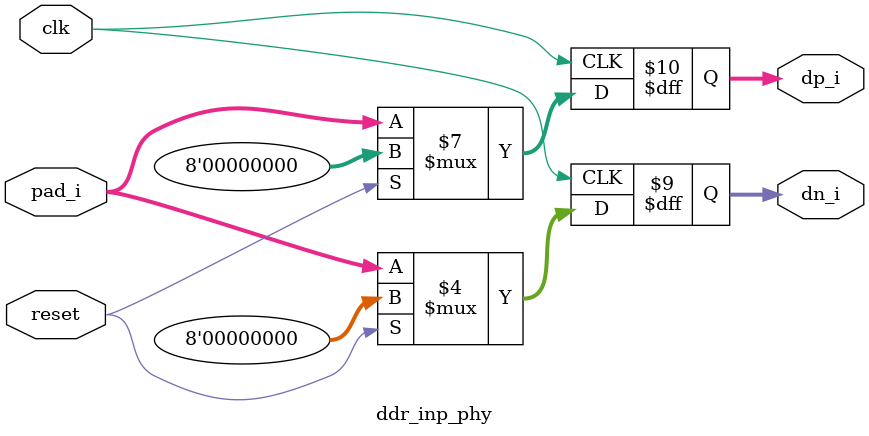
<source format=sv>
module ddr_inp_phy (
    input   wire        clk,
    input   wire        reset,
    output  reg[7:0]    dp_i,
    output  reg[7:0]    dn_i,
    input   wire[7:0]   pad_i
);
    always_ff @(posedge clk)
    if(reset) begin
        dp_i <= 8'b0;
    end else begin
        dp_i <= pad_i;
    end

    always_ff @(negedge clk)
    if(reset) begin
        dn_i <= 8'b0;
    end else begin
        dn_i <= pad_i;
    end
endmodule

</source>
